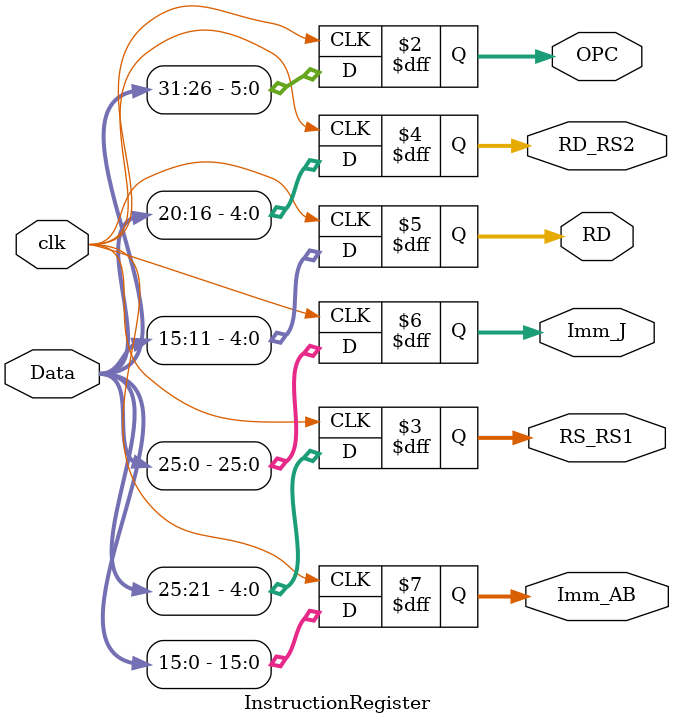
<source format=v>
`timescale 1ns / 1ps

module InstructionRegister(
    output reg[5:0] OPC,
    output reg[4:0] RS_RS1,
    output reg[4:0] RD_RS2,
    output reg[4:0] RD,
    output reg[25:0] Imm_J,     // immediate value for jump
    output reg[15:0] Imm_AB,    // immediate value for ALU or branch
    input [31:0] Data,
    input clk
    );
    always@(posedge clk)
    begin
        OPC <= Data[31:26];
        RS_RS1 <= Data[25:21];
        RD_RS2 <= Data[20:16];
        RD <= Data[15:11];
        Imm_J <= Data[25:0];
        Imm_AB <= Data[15:0];
    end
endmodule

</source>
